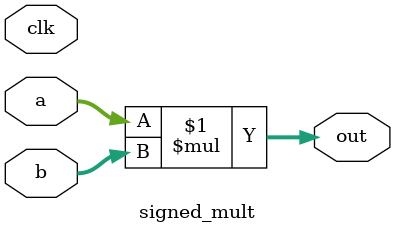
<source format=v>
module signed_mult (clk, a, b, out);
	input      signed  clk;
	output 	signed  [15:0]	out; 
	input 	signed	[15:0] 	a; 
	input 	signed	[15:0] 	b; 
	wire 	signed	[31:0]	mult_out;
	// assign mult_out = a * b;
	// select bits for 2.14 fixed point 
	// 3.13
	// assign out = {mult_out[31], mult_out[28:14]};
	// assign out = {mult_out[31], mult_out[27:13]};
	assign out = a * b;
endmodule


</source>
